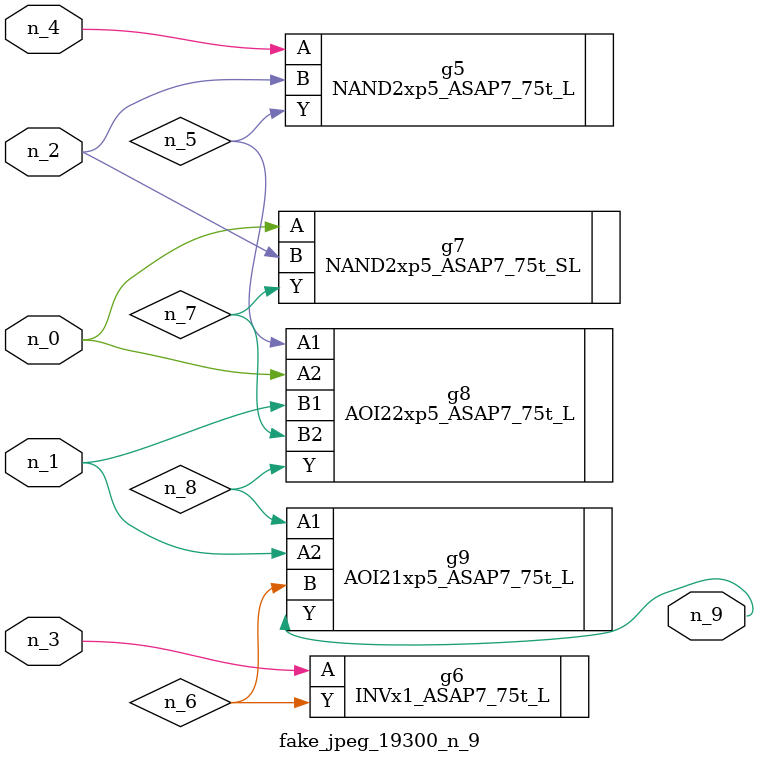
<source format=v>
module fake_jpeg_19300_n_9 (n_3, n_2, n_1, n_0, n_4, n_9);

input n_3;
input n_2;
input n_1;
input n_0;
input n_4;

output n_9;

wire n_8;
wire n_6;
wire n_5;
wire n_7;

NAND2xp5_ASAP7_75t_L g5 ( 
.A(n_4),
.B(n_2),
.Y(n_5)
);

INVx1_ASAP7_75t_L g6 ( 
.A(n_3),
.Y(n_6)
);

NAND2xp5_ASAP7_75t_SL g7 ( 
.A(n_0),
.B(n_2),
.Y(n_7)
);

AOI22xp5_ASAP7_75t_L g8 ( 
.A1(n_5),
.A2(n_0),
.B1(n_1),
.B2(n_7),
.Y(n_8)
);

AOI21xp5_ASAP7_75t_L g9 ( 
.A1(n_8),
.A2(n_1),
.B(n_6),
.Y(n_9)
);


endmodule
</source>
